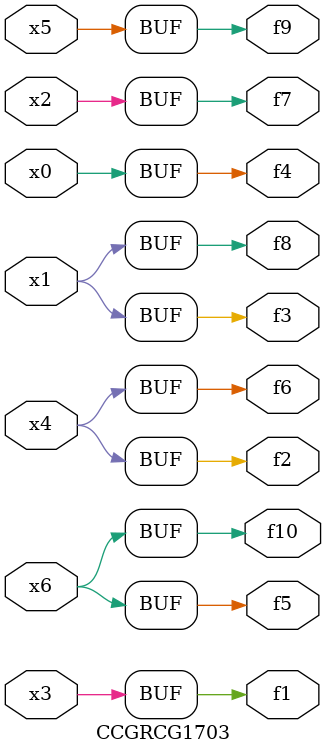
<source format=v>
module CCGRCG1703(
	input x0, x1, x2, x3, x4, x5, x6,
	output f1, f2, f3, f4, f5, f6, f7, f8, f9, f10
);
	assign f1 = x3;
	assign f2 = x4;
	assign f3 = x1;
	assign f4 = x0;
	assign f5 = x6;
	assign f6 = x4;
	assign f7 = x2;
	assign f8 = x1;
	assign f9 = x5;
	assign f10 = x6;
endmodule

</source>
